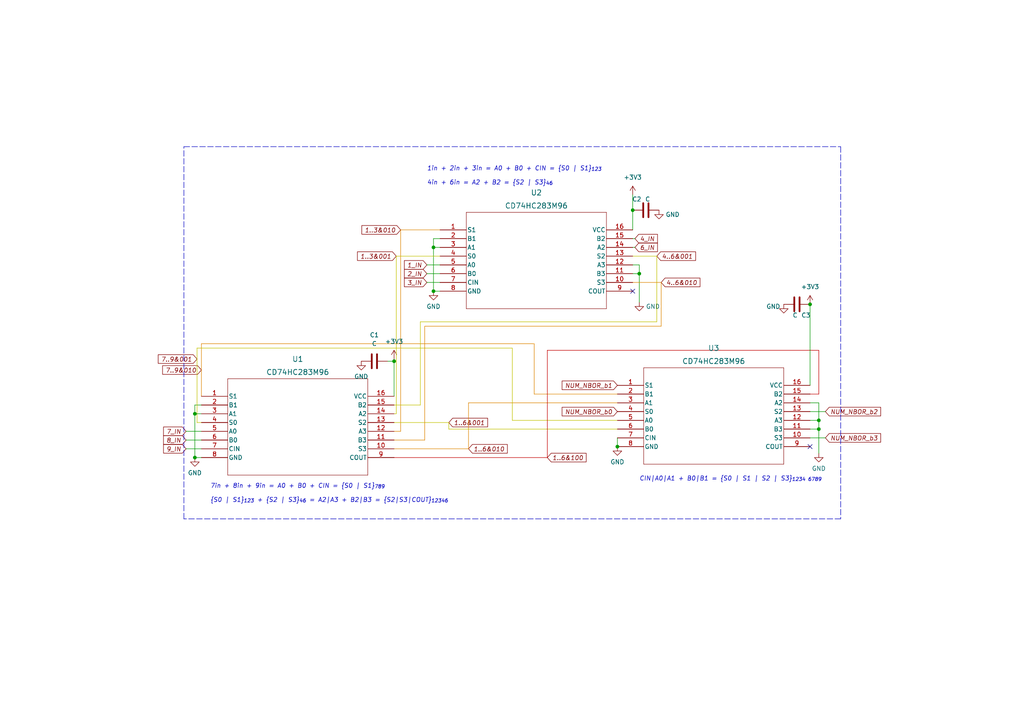
<source format=kicad_sch>
(kicad_sch (version 20211123) (generator eeschema)
  (paper "A4")
  (lib_symbols
    (symbol "CD74HC283M96_1" (pin_names (offset 0.254))
      (property "Reference" "U" (at 27.94 10.16 0))
      (property "Value" "CD74HC283M96_1" (at 27.94 7.62 0))
      (symbol "CD74HC283M96_1_0_1"
        (polyline (pts (xy 7.62 -22.86) (xy 48.26 -22.86)) (stroke (width 0.127)))
        (polyline (pts (xy 7.62 5.08) (xy 7.62 -22.86)) (stroke (width 0.127)))
        (polyline (pts (xy 48.26 -22.86) (xy 48.26 5.08)) (stroke (width 0.127)))
        (polyline (pts (xy 48.26 5.08) (xy 7.62 5.08)) (stroke (width 0.127)))
        (pin output line (at 0 0 0) (length 7.62) (name "S1") (number "1"))
        (pin output line (at 55.88 -15.24 180) (length 7.62) (name "S3") (number "10"))
        (pin input line (at 55.88 -12.7 180) (length 7.62) (name "B3") (number "11"))
        (pin input line (at 55.88 -10.16 180) (length 7.62) (name "A3") (number "12"))
        (pin output line (at 55.88 -7.62 180) (length 7.62) (name "S2") (number "13"))
        (pin input line (at 55.88 -5.08 180) (length 7.62) (name "A2") (number "14"))
        (pin input line (at 55.88 -2.54 180) (length 7.62) (name "B2") (number "15"))
        (pin power_in line (at 55.88 0 180) (length 7.62) (name "VCC") (number "16"))
        (pin input line (at 0 -2.54 0) (length 7.62) (name "B1") (number "2"))
        (pin input line (at 0 -5.08 0) (length 7.62) (name "A1") (number "3"))
        (pin output line (at 0 -7.62 0) (length 7.62) (name "S0") (number "4"))
        (pin input line (at 0 -10.16 0) (length 7.62) (name "A0") (number "5"))
        (pin input line (at 0 -12.7 0) (length 7.62) (name "B0") (number "6"))
        (pin input line (at 0 -15.24 0) (length 7.62) (name "CIN") (number "7"))
        (pin power_in line (at 0 -17.78 0) (length 7.62) (name "GND") (number "8"))
        (pin output line (at 55.88 -17.78 180) (length 7.62) (name "COUT") (number "9"))
      )
    )
    (symbol "CD74HC283M96_4bit_adder:CD74HC283M96" (pin_names (offset 0.254))
      (property "Reference" "U" (at 27.94 10.16 0))
      (property "Value" "CD74HC283M96" (at 27.94 7.62 0))
      (symbol "CD74HC283M96_0_1"
        (polyline (pts (xy 7.62 -22.86) (xy 48.26 -22.86)) (stroke (width 0.127)))
        (polyline (pts (xy 7.62 5.08) (xy 7.62 -22.86)) (stroke (width 0.127)))
        (polyline (pts (xy 48.26 -22.86) (xy 48.26 5.08)) (stroke (width 0.127)))
        (polyline (pts (xy 48.26 5.08) (xy 7.62 5.08)) (stroke (width 0.127)))
        (pin output line (at 0 0 0) (length 7.62) (name "S1") (number "1"))
        (pin output line (at 55.88 -15.24 180) (length 7.62) (name "S3") (number "10"))
        (pin input line (at 55.88 -12.7 180) (length 7.62) (name "B3") (number "11"))
        (pin input line (at 55.88 -10.16 180) (length 7.62) (name "A3") (number "12"))
        (pin output line (at 55.88 -7.62 180) (length 7.62) (name "S2") (number "13"))
        (pin input line (at 55.88 -5.08 180) (length 7.62) (name "A2") (number "14"))
        (pin input line (at 55.88 -2.54 180) (length 7.62) (name "B2") (number "15"))
        (pin power_in line (at 55.88 0 180) (length 7.62) (name "VCC") (number "16"))
        (pin input line (at 0 -2.54 0) (length 7.62) (name "B1") (number "2"))
        (pin input line (at 0 -5.08 0) (length 7.62) (name "A1") (number "3"))
        (pin output line (at 0 -7.62 0) (length 7.62) (name "S0") (number "4"))
        (pin input line (at 0 -10.16 0) (length 7.62) (name "A0") (number "5"))
        (pin input line (at 0 -12.7 0) (length 7.62) (name "B0") (number "6"))
        (pin output line (at 0 -15.24 0) (length 7.62) (name "CIN") (number "7"))
        (pin power_in line (at 0 -17.78 0) (length 7.62) (name "GND") (number "8"))
        (pin output line (at 55.88 -17.78 180) (length 7.62) (name "COUT") (number "9"))
      )
    )
    (symbol "Device:C" (pin_numbers hide) (pin_names (offset 0.254))
      (property "Reference" "C" (at 0.635 2.54 0))
      (property "Value" "C" (at 0.635 -2.54 0))
      (symbol "C_0_1"
        (polyline (pts (xy -2.032 -0.762) (xy 2.032 -0.762)) (stroke (width 0.508)))
        (polyline (pts (xy -2.032 0.762) (xy 2.032 0.762)) (stroke (width 0.508)))
      )
      (symbol "C_1_1"
        (pin passive line (at 0 3.81 270) (length 2.794) (name "~") (number "1"))
        (pin passive line (at 0 -3.81 90) (length 2.794) (name "~") (number "2"))
      )
    )
    (symbol "power:+3.3V" (power) (pin_names (offset 0))
      (property "Value" "+3.3V" (at 0 3.556 0))
      (symbol "+3.3V_0_1"
        (polyline (pts (xy -0.762 1.27) (xy 0 2.54)))
        (polyline (pts (xy 0 0) (xy 0 2.54)))
        (polyline (pts (xy 0 2.54) (xy 0.762 1.27)))
      )
      (symbol "+3.3V_1_1"
        (pin power_in line (at 0 0 90) (length 0) hide (name "+3V3") (number "1"))
      )
    )
    (symbol "power:GND" (power) (pin_names (offset 0))
      (property "Value" "GND" (at 0 -3.81 0))
      (symbol "GND_0_1"
        (polyline (pts (xy 0 0) (xy 0 -1.27) (xy 1.27 -1.27) (xy 0 -2.54) (xy -1.27 -1.27) (xy 0 -1.27)))
      )
      (symbol "GND_1_1"
        (pin power_in line (at 0 0 270) (length 0) hide (name "GND") (number "1"))
      )
    )
  )
  (junction (at 114.3 104.775))
  (junction (at 179.07 129.54))
  (junction (at 237.49 121.92))
  (junction (at 185.42 79.375))
  (junction (at 237.49 124.46))
  (junction (at 56.515 120.015))
  (junction (at 234.95 88.265))
  (junction (at 183.515 60.96))
  (junction (at 56.515 132.715))
  (junction (at 125.73 84.455))
  (junction (at 125.73 71.755))
  (no_connect (at 183.515 84.455))
  (no_connect (at 234.95 129.54))
  (wire (pts (xy 183.515 81.915) (xy 191.77 81.915)) (stroke (width 0) (color 221 133 0 1)))
  (polyline (pts (xy 243.84 150.495) (xy 53.34 150.495)))
  (wire (pts (xy 154.94 99.695) (xy 154.94 114.3)) (stroke (width 0) (color 221 133 0 1)))
  (polyline (pts (xy 53.34 150.495) (xy 53.34 42.545)))
  (wire (pts (xy 127.635 74.295) (xy 114.935 74.295)) (stroke (width 0) (color 194 194 0 1)))
  (wire (pts (xy 191.77 94.615) (xy 123.19 94.615)) (stroke (width 0) (color 221 133 0 1)))
  (wire (pts (xy 58.42 122.555) (xy 57.15 122.555)) (stroke (width 0) (color 194 194 0 1)))
  (wire (pts (xy 116.205 125.095) (xy 114.3 125.095)) (stroke (width 0) (color 221 133 0 1)))
  (wire (pts (xy 158.75 132.715) (xy 158.75 101.6)) (stroke (width 0) (color 194 0 0 1)))
  (wire (pts (xy 237.49 116.84) (xy 234.95 116.84)))
  (polyline (pts (xy 53.34 42.545) (xy 243.84 42.545)))
  (wire (pts (xy 53.975 127.635) (xy 58.42 127.635)))
  (wire (pts (xy 58.42 114.935) (xy 58.42 99.695)) (stroke (width 0) (color 221 133 0 1)))
  (wire (pts (xy 179.07 116.84) (xy 135.89 116.84)) (stroke (width 0) (color 221 133 0 1)))
  (wire (pts (xy 112.395 104.775) (xy 114.3 104.775)))
  (wire (pts (xy 135.89 116.84) (xy 135.89 130.175)) (stroke (width 0) (color 221 133 0 1)))
  (wire (pts (xy 158.75 101.6) (xy 237.49 101.6)) (stroke (width 0) (color 194 0 0 1)))
  (wire (pts (xy 237.49 124.46) (xy 237.49 131.445)))
  (wire (pts (xy 121.92 117.475) (xy 114.3 117.475)) (stroke (width 0) (color 194 194 0 1)))
  (wire (pts (xy 237.49 101.6) (xy 237.49 114.3)) (stroke (width 0) (color 194 0 0 1)))
  (wire (pts (xy 114.3 130.175) (xy 135.89 130.175)) (stroke (width 0) (color 221 133 0 1)))
  (wire (pts (xy 53.975 125.095) (xy 58.42 125.095)))
  (wire (pts (xy 125.73 71.755) (xy 125.73 84.455)))
  (wire (pts (xy 58.42 99.695) (xy 154.94 99.695)) (stroke (width 0) (color 221 133 0 1)))
  (wire (pts (xy 114.3 104.775) (xy 114.3 114.935)))
  (wire (pts (xy 121.92 93.345) (xy 121.92 117.475)) (stroke (width 0) (color 194 194 0 1)))
  (wire (pts (xy 179.07 127) (xy 179.07 129.54)))
  (wire (pts (xy 116.205 66.675) (xy 116.205 125.095)) (stroke (width 0) (color 221 133 0 1)))
  (wire (pts (xy 53.975 130.175) (xy 58.42 130.175)))
  (wire (pts (xy 183.515 60.96) (xy 183.515 66.675)))
  (wire (pts (xy 123.825 76.835) (xy 127.635 76.835)))
  (wire (pts (xy 184.15 71.755) (xy 183.515 71.755)))
  (wire (pts (xy 184.15 69.215) (xy 183.515 69.215)))
  (wire (pts (xy 123.19 94.615) (xy 123.19 127.635)) (stroke (width 0) (color 221 133 0 1)))
  (wire (pts (xy 183.515 79.375) (xy 185.42 79.375)))
  (wire (pts (xy 185.42 76.835) (xy 185.42 79.375)))
  (wire (pts (xy 237.49 114.3) (xy 234.95 114.3)) (stroke (width 0) (color 194 0 0 1)))
  (wire (pts (xy 123.825 79.375) (xy 127.635 79.375)))
  (wire (pts (xy 234.95 124.46) (xy 237.49 124.46)))
  (wire (pts (xy 191.77 81.915) (xy 191.77 94.615)) (stroke (width 0) (color 221 133 0 1)))
  (wire (pts (xy 130.175 124.46) (xy 130.175 122.555)) (stroke (width 0) (color 194 194 0 1)))
  (wire (pts (xy 56.515 117.475) (xy 56.515 120.015)))
  (wire (pts (xy 123.19 127.635) (xy 114.3 127.635)) (stroke (width 0) (color 221 133 0 1)))
  (polyline (pts (xy 243.84 42.545) (xy 243.84 150.495)))
  (wire (pts (xy 125.73 69.215) (xy 125.73 71.755)))
  (wire (pts (xy 179.07 124.46) (xy 130.175 124.46)) (stroke (width 0) (color 194 194 0 1)))
  (wire (pts (xy 183.515 56.515) (xy 183.515 60.96)))
  (wire (pts (xy 237.49 116.84) (xy 237.49 121.92)))
  (wire (pts (xy 190.5 74.295) (xy 190.5 93.345)) (stroke (width 0) (color 194 194 0 1)))
  (wire (pts (xy 185.42 79.375) (xy 185.42 87.63)))
  (wire (pts (xy 123.825 81.915) (xy 127.635 81.915)))
  (wire (pts (xy 58.42 120.015) (xy 56.515 120.015)))
  (wire (pts (xy 127.635 71.755) (xy 125.73 71.755)))
  (wire (pts (xy 114.3 104.14) (xy 114.3 104.775)))
  (wire (pts (xy 234.95 121.92) (xy 237.49 121.92)))
  (wire (pts (xy 127.635 69.215) (xy 125.73 69.215)))
  (wire (pts (xy 183.515 74.295) (xy 190.5 74.295)) (stroke (width 0) (color 194 194 0 1)))
  (wire (pts (xy 190.5 93.345) (xy 121.92 93.345)) (stroke (width 0) (color 194 194 0 1)))
  (wire (pts (xy 57.15 122.555) (xy 57.15 100.965)) (stroke (width 0) (color 194 194 0 1)))
  (wire (pts (xy 125.73 84.455) (xy 127.635 84.455)))
  (wire (pts (xy 114.3 132.715) (xy 158.75 132.715)) (stroke (width 0) (color 194 0 0 1)))
  (wire (pts (xy 239.395 127) (xy 234.95 127)))
  (wire (pts (xy 179.07 121.92) (xy 148.59 121.92)) (stroke (width 0) (color 194 194 0 1)))
  (wire (pts (xy 56.515 132.715) (xy 58.42 132.715)))
  (wire (pts (xy 148.59 100.965) (xy 148.59 121.92)) (stroke (width 0) (color 194 194 0 1)))
  (wire (pts (xy 56.515 117.475) (xy 58.42 117.475)))
  (wire (pts (xy 114.3 122.555) (xy 130.175 122.555)) (stroke (width 0) (color 194 194 0 1)))
  (wire (pts (xy 114.935 120.015) (xy 114.3 120.015)) (stroke (width 0) (color 194 194 0 1)))
  (wire (pts (xy 183.515 76.835) (xy 185.42 76.835)))
  (wire (pts (xy 127.635 66.675) (xy 116.205 66.675)) (stroke (width 0) (color 221 133 0 1)))
  (wire (pts (xy 239.395 119.38) (xy 234.95 119.38)))
  (wire (pts (xy 56.515 120.015) (xy 56.515 132.715)))
  (wire (pts (xy 57.15 100.965) (xy 148.59 100.965)) (stroke (width 0) (color 194 194 0 1)))
  (wire (pts (xy 154.94 114.3) (xy 179.07 114.3)) (stroke (width 0) (color 221 133 0 1)))
  (wire (pts (xy 234.95 88.265) (xy 234.95 111.76)))
  (wire (pts (xy 114.935 74.295) (xy 114.935 120.015)) (stroke (width 0) (color 194 194 0 1)))
  (wire (pts (xy 237.49 121.92) (xy 237.49 124.46)))
  (text "CIN|A0|A1 + B0|B1 = {S0 | S1 | S2 | S3}_{1234 6789}" (at 185.42 139.7 0) (effects (font (size 1.27 1.27) italic) (justify left bottom)))
  (text "1in + 2in + 3in = A0 + B0 + CIN = {S0 | S1}_{123}\n\n4in + 6in = A2 + B2 = {S2 | S3}_{46}\n\n" (at 123.825 55.88 0) (effects (font (size 1.27 1.27) italic) (justify left bottom)))
  (text "7in + 8in + 9in = A0 + B0 + CIN = {S0 | S1}_{789}\n\n{S0 | S1}_{123} + {S2 | S3}_{46} = A2|A3 + B2|B3 = {S2|S3|COUT}_{12346}\n\n" (at 60.96 147.955 0) (effects (font (size 1.27 1.27) italic) (justify left bottom)))
  (global_label "1..3&010" (shape input) (at 116.205 66.675 180) (effects (font italic)) (property "Intersheet References" "${INTERSHEET_REFS}" (effects hide)))
  (global_label "7..9&001" (shape input) (at 57.15 104.14 180) (effects (font italic)) (property "Intersheet References" "${INTERSHEET_REFS}" (effects hide)))
  (global_label "NUM_NBOR_b0" (shape input) (at 179.07 119.38 180) (effects (font italic)) (property "Intersheet References" "${INTERSHEET_REFS}" (effects hide)))
  (global_label "2_IN" (shape input) (at 123.825 79.375 180) (effects (font italic)) (property "Intersheet References" "${INTERSHEET_REFS}" (effects hide)))
  (global_label "NUM_NBOR_b1" (shape input) (at 179.07 111.76 180) (effects (font italic)) (property "Intersheet References" "${INTERSHEET_REFS}" (effects hide)))
  (global_label "6_IN" (shape input) (at 184.15 71.755 0) (effects (font italic)) (property "Intersheet References" "${INTERSHEET_REFS}" (effects hide)))
  (global_label "4..6&010" (shape input) (at 191.77 81.915 0) (effects (font italic)) (property "Intersheet References" "${INTERSHEET_REFS}" (effects hide)))
  (global_label "4..6&001" (shape input) (at 190.5 74.295 0) (effects (font italic)) (property "Intersheet References" "${INTERSHEET_REFS}" (effects hide)))
  (global_label "7_IN" (shape input) (at 53.975 125.095 180) (effects (font italic)) (property "Intersheet References" "${INTERSHEET_REFS}" (effects hide)))
  (global_label "NUM_NBOR_b2" (shape input) (at 239.395 119.38 0) (effects (font italic)) (property "Intersheet References" "${INTERSHEET_REFS}" (effects hide)))
  (global_label "8_IN" (shape input) (at 53.975 127.635 180) (effects (font italic)) (property "Intersheet References" "${INTERSHEET_REFS}" (effects hide)))
  (global_label "1..6&100" (shape input) (at 158.75 132.715 0) (effects (font italic)) (property "Intersheet References" "${INTERSHEET_REFS}" (effects hide)))
  (global_label "3_IN" (shape input) (at 123.825 81.915 180) (effects (font italic)) (property "Intersheet References" "${INTERSHEET_REFS}" (effects hide)))
  (global_label "NUM_NBOR_b3" (shape input) (at 239.395 127 0) (effects (font italic)) (property "Intersheet References" "${INTERSHEET_REFS}" (effects hide)))
  (global_label "1..3&001" (shape input) (at 114.935 74.295 180) (effects (font italic)) (property "Intersheet References" "${INTERSHEET_REFS}" (effects hide)))
  (global_label "4_IN" (shape input) (at 184.15 69.215 0) (effects (font italic)) (property "Intersheet References" "${INTERSHEET_REFS}" (effects hide)))
  (global_label "1_IN" (shape input) (at 123.825 76.835 180) (effects (font italic)) (property "Intersheet References" "${INTERSHEET_REFS}" (effects hide)))
  (global_label "7..9&010" (shape input) (at 58.42 107.315 180) (effects (font italic)) (property "Intersheet References" "${INTERSHEET_REFS}" (effects hide)))
  (global_label "1..6&010" (shape input) (at 135.89 130.175 0) (effects (font italic)) (property "Intersheet References" "${INTERSHEET_REFS}" (effects hide)))
  (global_label "9_IN" (shape input) (at 53.975 130.175 180) (effects (font italic)) (property "Intersheet References" "${INTERSHEET_REFS}" (effects hide)))
  (global_label "1..6&001" (shape input) (at 130.175 122.555 0) (effects (font italic)) (property "Intersheet References" "${INTERSHEET_REFS}" (effects hide)))
  (symbol (lib_id "power:GND") (at 227.33 88.265 0) (unit 1)
    (property "Reference" "#PWR016" (effects hide))
    (property "Value" "GND" (at 222.25 88.9 0) (effects (justify left)))
  )
  (symbol (lib_id "Device:C") (at 108.585 104.775 90) (unit 1)
    (property "Reference" "C1" (at 108.585 97.155 90))
    (property "Value" "C" (at 108.585 99.695 90))
    (property "Footprint" "Capacitor_SMD:C_1206_3216Metric_Pad1.33x1.80mm_HandSolder" (effects hide))
  )
  (symbol (lib_id "power:GND") (at 179.07 129.54 0) (unit 1)
    (property "Reference" "#PWR013" (effects hide))
    (property "Value" "GND" (at 179.07 133.985 0))
  )
  (symbol (lib_id "power:+3.3V") (at 183.515 56.515 0) (unit 1)
    (property "Reference" "#PWR014" (effects hide))
    (property "Value" "+3.3V" (at 183.515 51.435 0))
  )
  (symbol (lib_id "CD74HC283M96_4bit_adder:CD74HC283M96") (at 127.635 66.675 0) (unit 1)
    (property "Reference" "U2" (at 155.575 55.88 0) (effects (font (size 1.524 1.524))))
    (property "Value" "CD74HC283M96" (at 155.575 59.69 0) (effects (font (size 1.524 1.524))))
    (property "Footprint" "footprints:CD74HC283M96_4bit_adder_D16-L" (effects hide))
    (property "Datasheet" "https://www.ti.com/lit/gpn/cd74hc283" (effects hide))
  )
  (symbol (lib_id "power:GND") (at 56.515 132.715 0) (unit 1)
    (property "Reference" "#PWR09" (effects hide))
    (property "Value" "GND" (at 56.515 137.16 0))
  )
  (symbol (lib_id "power:GND") (at 237.49 131.445 0) (unit 1)
    (property "Reference" "#PWR0112" (effects hide))
    (property "Value" "GND" (at 237.49 135.89 0))
  )
  (symbol (lib_id "power:GND") (at 185.42 87.63 0) (unit 1)
    (property "Reference" "#PWR0113" (effects hide))
    (property "Value" "GND" (at 187.325 88.8999 0) (effects (justify left)))
  )
  (symbol (lib_id "Device:C") (at 187.325 60.96 90) (unit 1)
    (property "Reference" "C2" (at 186.0549 57.785 90) (effects (justify left)))
    (property "Value" "C" (at 188.5949 57.785 90) (effects (justify left)))
    (property "Footprint" "Capacitor_SMD:C_1206_3216Metric_Pad1.33x1.80mm_HandSolder" (effects hide))
  )
  (symbol (lib_id "power:GND") (at 191.135 60.96 0) (unit 1)
    (property "Reference" "#PWR015" (effects hide))
    (property "Value" "GND" (at 193.04 62.2299 0) (effects (justify left)))
  )
  (symbol (lib_id "power:+3.3V") (at 114.3 104.14 0) (unit 1)
    (property "Reference" "#PWR011" (effects hide))
    (property "Value" "+3.3V" (at 114.3 99.06 0))
  )
  (symbol (lib_id "CD74HC283M96_4bit_adder:CD74HC283M96") (at 58.42 114.935 0) (unit 1)
    (property "Reference" "U1" (at 86.36 104.14 0) (effects (font (size 1.524 1.524))))
    (property "Value" "CD74HC283M96" (at 86.36 107.95 0) (effects (font (size 1.524 1.524))))
    (property "Footprint" "footprints:CD74HC283M96_4bit_adder_D16-L" (effects hide))
    (property "Datasheet" "https://www.ti.com/lit/gpn/cd74hc283" (effects hide))
  )
  (symbol (lib_name "CD74HC283M96_1") (lib_id "CD74HC283M96_4bit_adder:CD74HC283M96") (at 179.07 111.76 0) (unit 1)
    (property "Reference" "U3" (at 207.01 100.965 0) (effects (font (size 1.524 1.524))))
    (property "Value" "CD74HC283M96" (at 207.01 104.775 0) (effects (font (size 1.524 1.524))))
    (property "Footprint" "footprints:CD74HC283M96_4bit_adder_D16-L" (effects hide))
    (property "Datasheet" "https://www.ti.com/lit/gpn/cd74hc283" (effects hide))
  )
  (symbol (lib_id "power:+3.3V") (at 234.95 88.265 0) (unit 1)
    (property "Reference" "#PWR017" (effects hide))
    (property "Value" "+3.3V" (at 234.95 83.185 0))
  )
  (symbol (lib_id "power:GND") (at 104.775 104.775 0) (unit 1)
    (property "Reference" "#PWR010" (effects hide))
    (property "Value" "GND" (at 104.775 109.22 0))
  )
  (symbol (lib_id "power:GND") (at 125.73 84.455 0) (unit 1)
    (property "Reference" "#PWR012" (effects hide))
    (property "Value" "GND" (at 125.73 88.9 0))
  )
  (symbol (lib_id "Device:C") (at 231.14 88.265 270) (unit 1)
    (property "Reference" "C3" (at 232.4101 91.44 90) (effects (justify left)))
    (property "Value" "C" (at 229.8701 91.44 90) (effects (justify left)))
    (property "Footprint" "Capacitor_SMD:C_1206_3216Metric_Pad1.33x1.80mm_HandSolder" (effects hide))
  )
)
</source>
